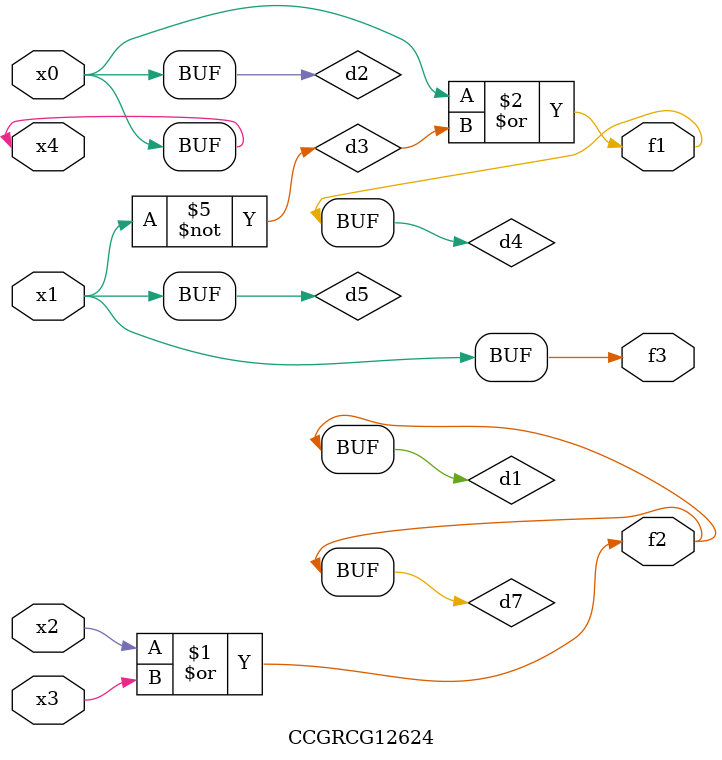
<source format=v>
module CCGRCG12624(
	input x0, x1, x2, x3, x4,
	output f1, f2, f3
);

	wire d1, d2, d3, d4, d5, d6, d7;

	or (d1, x2, x3);
	buf (d2, x0, x4);
	not (d3, x1);
	or (d4, d2, d3);
	not (d5, d3);
	nand (d6, d1, d3);
	or (d7, d1);
	assign f1 = d4;
	assign f2 = d7;
	assign f3 = d5;
endmodule

</source>
